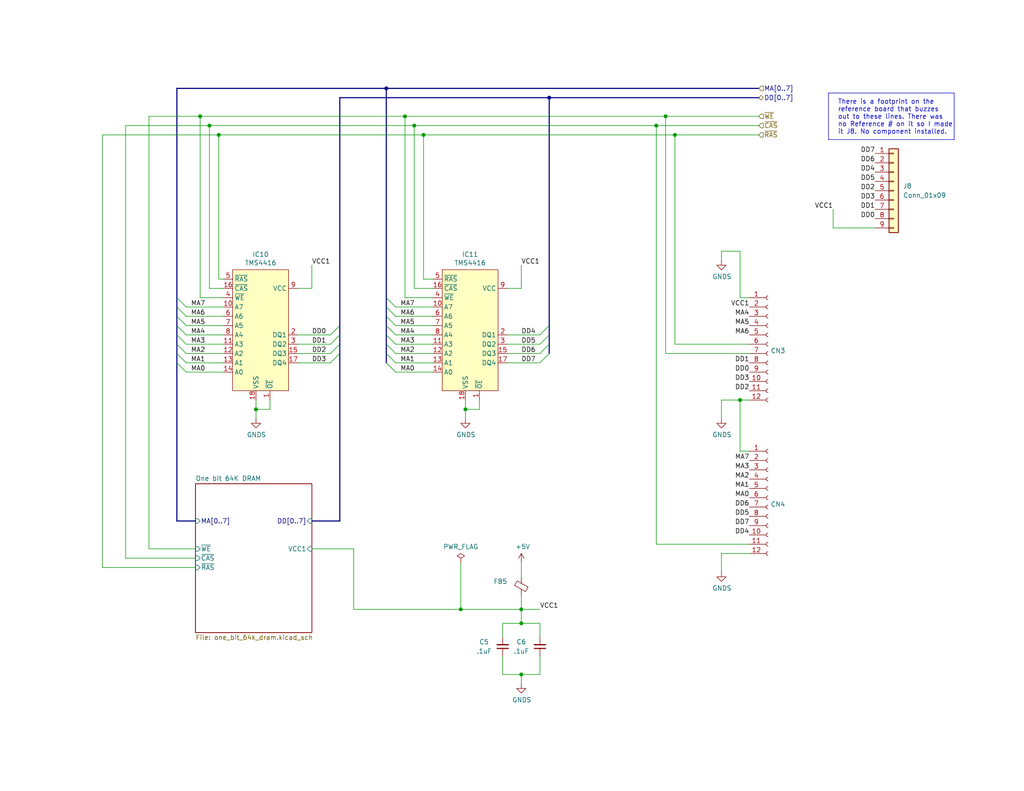
<source format=kicad_sch>
(kicad_sch (version 20230121) (generator eeschema)
  (paper "A")
  (title_block (title "TRS-80 Color Computer 2 (26-3134B & 26-3136B)") (date "2022-10-07") (rev "1.0.0") (company "Tandy Corporation") (comment 1 "Board # 20261058") (comment 3 "Reference board donated by MrDave6309") (comment 4 "Kicad schematic capture by Rocky Hill"))
  (lib_symbols
    (symbol "Connector_Generic:Conn_01x09" (pin_names (offset 1.016) hide)
      (property "Reference" "J" (at 0 12.7 0))
      (property "Value" "Conn_01x09" (at 0 -12.7 0))
      (symbol "Conn_01x09_1_1"
        (rectangle (start -1.27 -10.033) (end 0 -10.287) (stroke (width 0.1524)))
        (rectangle (start -1.27 -7.493) (end 0 -7.747) (stroke (width 0.1524)))
        (rectangle (start -1.27 -4.953) (end 0 -5.207) (stroke (width 0.1524)))
        (rectangle (start -1.27 -2.413) (end 0 -2.667) (stroke (width 0.1524)))
        (rectangle (start -1.27 0.127) (end 0 -0.127) (stroke (width 0.1524)))
        (rectangle (start -1.27 2.667) (end 0 2.413) (stroke (width 0.1524)))
        (rectangle (start -1.27 5.207) (end 0 4.953) (stroke (width 0.1524)))
        (rectangle (start -1.27 7.747) (end 0 7.493) (stroke (width 0.1524)))
        (rectangle (start -1.27 10.287) (end 0 10.033) (stroke (width 0.1524)))
        (rectangle (start -1.27 11.43) (end 1.27 -11.43) (stroke (width 0.254)) (fill (type background)))
        (pin passive line (at -5.08 10.16 0) (length 3.81) (name "Pin_1") (number "1"))
        (pin passive line (at -5.08 7.62 0) (length 3.81) (name "Pin_2") (number "2"))
        (pin passive line (at -5.08 5.08 0) (length 3.81) (name "Pin_3") (number "3"))
        (pin passive line (at -5.08 2.54 0) (length 3.81) (name "Pin_4") (number "4"))
        (pin passive line (at -5.08 0 0) (length 3.81) (name "Pin_5") (number "5"))
        (pin passive line (at -5.08 -2.54 0) (length 3.81) (name "Pin_6") (number "6"))
        (pin passive line (at -5.08 -5.08 0) (length 3.81) (name "Pin_7") (number "7"))
        (pin passive line (at -5.08 -7.62 0) (length 3.81) (name "Pin_8") (number "8"))
        (pin passive line (at -5.08 -10.16 0) (length 3.81) (name "Pin_9") (number "9"))
      )
    )
    (symbol "coco2-rescue:+5V-power" (power) (pin_names (offset 0))
      (property "Value" "+5V-power" (at 0 3.556 0))
      (symbol "+5V-power_0_1"
        (polyline (pts (xy -0.762 1.27) (xy 0 2.54)))
        (polyline (pts (xy 0 0) (xy 0 2.54)))
        (polyline (pts (xy 0 2.54) (xy 0.762 1.27)))
      )
      (symbol "+5V-power_1_1"
        (pin power_in line (at 0 0 90) (length 0) hide (name "+5V") (number "1"))
      )
    )
    (symbol "coco2-rescue:C_Small-Device" (pin_numbers hide) (pin_names (offset 0.254) hide)
      (property "Reference" "C" (at 0.254 1.778 0))
      (property "Value" "C_Small-Device" (at 0.254 -2.032 0))
      (symbol "C_Small-Device_0_1"
        (polyline (pts (xy -1.524 -0.508) (xy 1.524 -0.508)) (stroke (width 0.3302)))
        (polyline (pts (xy -1.524 0.508) (xy 1.524 0.508)) (stroke (width 0.3048)))
      )
      (symbol "C_Small-Device_1_1"
        (pin passive line (at 0 2.54 270) (length 2.032) (name "~") (number "1"))
        (pin passive line (at 0 -2.54 90) (length 2.032) (name "~") (number "2"))
      )
    )
    (symbol "coco2-rescue:Conn_01x12_Female-Connector" (pin_names (offset 1.016) hide)
      (property "Reference" "J" (at 0 15.24 0))
      (property "Value" "Conn_01x12_Female-Connector" (at 0 -17.78 0))
      (symbol "Conn_01x12_Female-Connector_1_1"
        (arc (start 0 -14.732) (mid -0.5058 -15.24) (end 0 -15.748) (stroke (width 0.1524)))
        (arc (start 0 -12.192) (mid -0.5058 -12.7) (end 0 -13.208) (stroke (width 0.1524)))
        (arc (start 0 -9.652) (mid -0.5058 -10.16) (end 0 -10.668) (stroke (width 0.1524)))
        (arc (start 0 -7.112) (mid -0.5058 -7.62) (end 0 -8.128) (stroke (width 0.1524)))
        (arc (start 0 -4.572) (mid -0.5058 -5.08) (end 0 -5.588) (stroke (width 0.1524)))
        (arc (start 0 -2.032) (mid -0.5058 -2.54) (end 0 -3.048) (stroke (width 0.1524)))
        (polyline (pts (xy -1.27 -15.24) (xy -0.508 -15.24)) (stroke (width 0.1524)))
        (polyline (pts (xy -1.27 -12.7) (xy -0.508 -12.7)) (stroke (width 0.1524)))
        (polyline (pts (xy -1.27 -10.16) (xy -0.508 -10.16)) (stroke (width 0.1524)))
        (polyline (pts (xy -1.27 -7.62) (xy -0.508 -7.62)) (stroke (width 0.1524)))
        (polyline (pts (xy -1.27 -5.08) (xy -0.508 -5.08)) (stroke (width 0.1524)))
        (polyline (pts (xy -1.27 -2.54) (xy -0.508 -2.54)) (stroke (width 0.1524)))
        (polyline (pts (xy -1.27 0) (xy -0.508 0)) (stroke (width 0.1524)))
        (polyline (pts (xy -1.27 2.54) (xy -0.508 2.54)) (stroke (width 0.1524)))
        (polyline (pts (xy -1.27 5.08) (xy -0.508 5.08)) (stroke (width 0.1524)))
        (polyline (pts (xy -1.27 7.62) (xy -0.508 7.62)) (stroke (width 0.1524)))
        (polyline (pts (xy -1.27 10.16) (xy -0.508 10.16)) (stroke (width 0.1524)))
        (polyline (pts (xy -1.27 12.7) (xy -0.508 12.7)) (stroke (width 0.1524)))
        (arc (start 0 0.508) (mid -0.5058 0) (end 0 -0.508) (stroke (width 0.1524)))
        (arc (start 0 3.048) (mid -0.5058 2.54) (end 0 2.032) (stroke (width 0.1524)))
        (arc (start 0 5.588) (mid -0.5058 5.08) (end 0 4.572) (stroke (width 0.1524)))
        (arc (start 0 8.128) (mid -0.5058 7.62) (end 0 7.112) (stroke (width 0.1524)))
        (arc (start 0 10.668) (mid -0.5058 10.16) (end 0 9.652) (stroke (width 0.1524)))
        (arc (start 0 13.208) (mid -0.5058 12.7) (end 0 12.192) (stroke (width 0.1524)))
        (pin passive line (at -5.08 12.7 0) (length 3.81) (name "Pin_1") (number "1"))
        (pin passive line (at -5.08 -10.16 0) (length 3.81) (name "Pin_10") (number "10"))
        (pin passive line (at -5.08 -12.7 0) (length 3.81) (name "Pin_11") (number "11"))
        (pin passive line (at -5.08 -15.24 0) (length 3.81) (name "Pin_12") (number "12"))
        (pin passive line (at -5.08 10.16 0) (length 3.81) (name "Pin_2") (number "2"))
        (pin passive line (at -5.08 7.62 0) (length 3.81) (name "Pin_3") (number "3"))
        (pin passive line (at -5.08 5.08 0) (length 3.81) (name "Pin_4") (number "4"))
        (pin passive line (at -5.08 2.54 0) (length 3.81) (name "Pin_5") (number "5"))
        (pin passive line (at -5.08 0 0) (length 3.81) (name "Pin_6") (number "6"))
        (pin passive line (at -5.08 -2.54 0) (length 3.81) (name "Pin_7") (number "7"))
        (pin passive line (at -5.08 -5.08 0) (length 3.81) (name "Pin_8") (number "8"))
        (pin passive line (at -5.08 -7.62 0) (length 3.81) (name "Pin_9") (number "9"))
      )
    )
    (symbol "coco2-rescue:Ferrite_Bead_Small-Device" (pin_numbers hide) (pin_names (offset 0))
      (property "Reference" "FB" (at 1.905 1.27 0))
      (property "Value" "Ferrite_Bead_Small-Device" (at 1.905 -1.27 0))
      (symbol "Ferrite_Bead_Small-Device_0_1"
        (polyline (pts (xy 0 -1.27) (xy 0 -0.7874)))
        (polyline (pts (xy 0 0.889) (xy 0 1.2954)))
        (polyline (pts (xy -1.8288 0.2794) (xy -1.1176 1.4986) (xy 1.8288 -0.2032) (xy 1.1176 -1.4224) (xy -1.8288 0.2794)))
      )
      (symbol "Ferrite_Bead_Small-Device_1_1"
        (pin passive line (at 0 2.54 270) (length 1.27) (name "~") (number "1"))
        (pin passive line (at 0 -2.54 90) (length 1.27) (name "~") (number "2"))
      )
    )
    (symbol "coco2-rescue:GNDS-power" (power) (pin_names (offset 0))
      (property "Value" "GNDS-power" (at 0 -3.81 0))
      (symbol "GNDS-power_0_1"
        (polyline (pts (xy 0 0) (xy 0 -1.27) (xy 1.27 -1.27) (xy 0 -2.54) (xy -1.27 -1.27) (xy 0 -1.27)))
      )
      (symbol "GNDS-power_1_1"
        (pin power_in line (at 0 0 270) (length 0) hide (name "GNDS") (number "1"))
      )
    )
    (symbol "coco2-rescue:PWR_FLAG-power" (power) (pin_numbers hide) (pin_names (offset 0) hide)
      (property "Value" "PWR_FLAG-power" (at 0 3.81 0))
      (symbol "PWR_FLAG-power_0_0"
        (pin power_out line (at 0 0 90) (length 0) (name "pwr") (number "1"))
      )
      (symbol "PWR_FLAG-power_0_1"
        (polyline (pts (xy 0 0) (xy 0 1.27) (xy -1.016 1.905) (xy 0 2.54) (xy 1.016 1.905) (xy 0 1.27)))
      )
    )
    (symbol "coco2:TMS4416" (pin_names (offset 0.4572))
      (property "Reference" "U" (at 6.35 1.27 0))
      (property "Value" "TMS4416" (at 6.35 -1.27 0))
      (symbol "TMS4416_0_1"
        (rectangle (start 13.97 -35.56) (end -1.27 -2.54) (fill (type background)))
      )
      (symbol "TMS4416_1_1"
        (pin input line (at 8.89 -38.1 90) (length 2.54) (name "~{OE}") (number "1"))
        (pin input line (at -3.81 -12.7 0) (length 2.54) (name "A7") (number "10"))
        (pin input line (at -3.81 -22.86 0) (length 2.54) (name "A3") (number "11"))
        (pin input line (at -3.81 -25.4 0) (length 2.54) (name "A2") (number "12"))
        (pin input line (at -3.81 -27.94 0) (length 2.54) (name "A1") (number "13"))
        (pin input line (at -3.81 -30.48 0) (length 2.54) (name "A0") (number "14"))
        (pin bidirectional line (at 16.51 -25.4 180) (length 2.54) (name "DQ3") (number "15"))
        (pin input line (at -3.81 -7.62 0) (length 2.54) (name "~{CAS}") (number "16"))
        (pin bidirectional line (at 16.51 -27.94 180) (length 2.54) (name "DQ4") (number "17"))
        (pin power_in line (at 5.08 -38.1 90) (length 2.54) (name "VSS") (number "18"))
        (pin bidirectional line (at 16.51 -20.32 180) (length 2.54) (name "DQ1") (number "2"))
        (pin bidirectional line (at 16.51 -22.86 180) (length 2.54) (name "DQ2") (number "3"))
        (pin input line (at -3.81 -10.16 0) (length 2.54) (name "~{WE}") (number "4"))
        (pin input line (at -3.81 -5.08 0) (length 2.54) (name "~{RAS}") (number "5"))
        (pin input line (at -3.81 -15.24 0) (length 2.54) (name "A6") (number "6"))
        (pin input line (at -3.81 -17.78 0) (length 2.54) (name "A5") (number "7"))
        (pin input line (at -3.81 -20.32 0) (length 2.54) (name "A4") (number "8"))
        (pin power_in line (at 16.51 -7.62 180) (length 2.54) (name "VCC") (number "9"))
      )
    )
  )
  (junction (at 115.57 36.83))
  (junction (at 142.24 170.18))
  (junction (at 149.86 26.67))
  (junction (at 181.61 31.75))
  (junction (at 105.41 24.13))
  (junction (at 57.15 34.29))
  (junction (at 59.69 36.83))
  (junction (at 125.73 166.37))
  (junction (at 54.61 31.75))
  (junction (at 113.03 34.29))
  (junction (at 184.15 36.83))
  (junction (at 142.24 166.37))
  (junction (at 142.24 184.15))
  (junction (at 127 111.76))
  (junction (at 110.49 31.75))
  (junction (at 69.85 111.76))
  (junction (at 179.07 34.29))
  (junction (at 201.93 109.22))
  (bus_entry (at 105.41 91.44) (size 2.54 2.54))
  (bus_entry (at 90.17 93.98) (size 2.54 -2.54))
  (bus_entry (at 147.32 99.06) (size 2.54 -2.54))
  (bus_entry (at 48.26 99.06) (size 2.54 2.54))
  (bus_entry (at 105.41 99.06) (size 2.54 2.54))
  (bus_entry (at 105.41 88.9) (size 2.54 2.54))
  (bus_entry (at 90.17 91.44) (size 2.54 -2.54))
  (bus_entry (at 90.17 99.06) (size 2.54 -2.54))
  (bus_entry (at 105.41 83.82) (size 2.54 2.54))
  (bus_entry (at 90.17 96.52) (size 2.54 -2.54))
  (bus_entry (at 147.32 96.52) (size 2.54 -2.54))
  (bus_entry (at 147.32 93.98) (size 2.54 -2.54))
  (bus_entry (at 105.41 93.98) (size 2.54 2.54))
  (bus_entry (at 147.32 91.44) (size 2.54 -2.54))
  (bus_entry (at 48.26 83.82) (size 2.54 2.54))
  (bus_entry (at 105.41 96.52) (size 2.54 2.54))
  (bus_entry (at 48.26 88.9) (size 2.54 2.54))
  (bus_entry (at 48.26 86.36) (size 2.54 2.54))
  (bus_entry (at 48.26 91.44) (size 2.54 2.54))
  (bus_entry (at 48.26 96.52) (size 2.54 2.54))
  (bus_entry (at 105.41 81.28) (size 2.54 2.54))
  (bus_entry (at 105.41 86.36) (size 2.54 2.54))
  (bus_entry (at 48.26 93.98) (size 2.54 2.54))
  (bus_entry (at 48.26 81.28) (size 2.54 2.54))
  (wire (pts (xy 181.61 96.52) (xy 181.61 31.75)))
  (wire (pts (xy 57.15 78.74) (xy 60.96 78.74)))
  (wire (pts (xy 142.24 162.56) (xy 142.24 166.37)))
  (wire (pts (xy 50.8 99.06) (xy 60.96 99.06)))
  (wire (pts (xy 81.28 99.06) (xy 90.17 99.06)))
  (wire (pts (xy 201.93 109.22) (xy 196.85 109.22)))
  (wire (pts (xy 138.43 93.98) (xy 147.32 93.98)))
  (bus (pts (xy 48.26 93.98) (xy 48.26 96.52)))
  (wire (pts (xy 137.16 173.99) (xy 137.16 170.18)))
  (wire (pts (xy 54.61 31.75) (xy 40.64 31.75)))
  (wire (pts (xy 138.43 99.06) (xy 147.32 99.06)))
  (polyline (pts (xy 260.35 25.4) (xy 260.35 38.1)))
  (wire (pts (xy 142.24 166.37) (xy 125.73 166.37)))
  (wire (pts (xy 118.11 91.44) (xy 107.95 91.44)))
  (wire (pts (xy 142.24 72.39) (xy 142.24 78.74)))
  (wire (pts (xy 110.49 31.75) (xy 54.61 31.75)))
  (bus (pts (xy 92.71 26.67) (xy 149.86 26.67)))
  (wire (pts (xy 59.69 36.83) (xy 59.69 76.2)))
  (wire (pts (xy 179.07 34.29) (xy 113.03 34.29)))
  (wire (pts (xy 69.85 109.22) (xy 69.85 111.76)))
  (wire (pts (xy 204.47 93.98) (xy 184.15 93.98)))
  (wire (pts (xy 73.66 111.76) (xy 69.85 111.76)))
  (wire (pts (xy 142.24 78.74) (xy 138.43 78.74)))
  (bus (pts (xy 149.86 88.9) (xy 149.86 91.44)))
  (bus (pts (xy 48.26 142.24) (xy 53.34 142.24)))
  (bus (pts (xy 105.41 86.36) (xy 105.41 88.9)))
  (wire (pts (xy 196.85 68.58) (xy 201.93 68.58)))
  (wire (pts (xy 142.24 166.37) (xy 142.24 170.18)))
  (wire (pts (xy 85.09 72.39) (xy 85.09 78.74)))
  (bus (pts (xy 149.86 26.67) (xy 149.86 88.9)))
  (wire (pts (xy 118.11 81.28) (xy 110.49 81.28)))
  (wire (pts (xy 138.43 91.44) (xy 147.32 91.44)))
  (bus (pts (xy 92.71 91.44) (xy 92.71 93.98)))
  (wire (pts (xy 57.15 34.29) (xy 57.15 78.74)))
  (wire (pts (xy 125.73 166.37) (xy 125.73 153.67)))
  (wire (pts (xy 142.24 186.69) (xy 142.24 184.15)))
  (bus (pts (xy 92.71 26.67) (xy 92.71 88.9)))
  (wire (pts (xy 127 111.76) (xy 127 114.3)))
  (wire (pts (xy 118.11 86.36) (xy 107.95 86.36)))
  (wire (pts (xy 138.43 96.52) (xy 147.32 96.52)))
  (wire (pts (xy 184.15 93.98) (xy 184.15 36.83)))
  (bus (pts (xy 105.41 81.28) (xy 105.41 83.82)))
  (wire (pts (xy 227.33 57.15) (xy 227.33 62.23)))
  (wire (pts (xy 201.93 68.58) (xy 201.93 81.28)))
  (wire (pts (xy 69.85 111.76) (xy 69.85 114.3)))
  (wire (pts (xy 137.16 179.07) (xy 137.16 184.15)))
  (wire (pts (xy 113.03 78.74) (xy 113.03 34.29)))
  (wire (pts (xy 113.03 34.29) (xy 57.15 34.29)))
  (wire (pts (xy 96.52 149.86) (xy 96.52 166.37)))
  (wire (pts (xy 201.93 123.19) (xy 201.93 109.22)))
  (wire (pts (xy 184.15 36.83) (xy 115.57 36.83)))
  (wire (pts (xy 50.8 88.9) (xy 60.96 88.9)))
  (wire (pts (xy 50.8 93.98) (xy 60.96 93.98)))
  (wire (pts (xy 60.96 101.6) (xy 50.8 101.6)))
  (wire (pts (xy 107.95 88.9) (xy 118.11 88.9)))
  (wire (pts (xy 50.8 83.82) (xy 60.96 83.82)))
  (wire (pts (xy 181.61 96.52) (xy 204.47 96.52)))
  (wire (pts (xy 27.94 154.94) (xy 53.34 154.94)))
  (bus (pts (xy 92.71 88.9) (xy 92.71 91.44)))
  (wire (pts (xy 107.95 99.06) (xy 118.11 99.06)))
  (polyline (pts (xy 226.06 25.4) (xy 227.33 25.4)))
  (bus (pts (xy 92.71 93.98) (xy 92.71 96.52)))
  (wire (pts (xy 59.69 76.2) (xy 60.96 76.2)))
  (wire (pts (xy 147.32 179.07) (xy 147.32 184.15)))
  (wire (pts (xy 81.28 96.52) (xy 90.17 96.52)))
  (bus (pts (xy 92.71 96.52) (xy 92.71 142.24)))
  (wire (pts (xy 96.52 166.37) (xy 125.73 166.37)))
  (bus (pts (xy 48.26 81.28) (xy 48.26 83.82)))
  (wire (pts (xy 204.47 109.22) (xy 201.93 109.22)))
  (bus (pts (xy 105.41 93.98) (xy 105.41 96.52)))
  (wire (pts (xy 81.28 91.44) (xy 90.17 91.44)))
  (bus (pts (xy 149.86 93.98) (xy 149.86 96.52)))
  (bus (pts (xy 48.26 24.13) (xy 48.26 81.28)))
  (wire (pts (xy 118.11 96.52) (xy 107.95 96.52)))
  (polyline (pts (xy 227.33 25.4) (xy 260.35 25.4)))
  (wire (pts (xy 34.29 152.4) (xy 53.34 152.4)))
  (wire (pts (xy 207.01 36.83) (xy 184.15 36.83)))
  (wire (pts (xy 85.09 149.86) (xy 96.52 149.86)))
  (polyline (pts (xy 260.35 38.1) (xy 226.06 38.1)))
  (wire (pts (xy 60.96 96.52) (xy 50.8 96.52)))
  (wire (pts (xy 147.32 173.99) (xy 147.32 170.18)))
  (bus (pts (xy 48.26 24.13) (xy 105.41 24.13)))
  (bus (pts (xy 105.41 83.82) (xy 105.41 86.36)))
  (wire (pts (xy 40.64 149.86) (xy 53.34 149.86)))
  (wire (pts (xy 179.07 148.59) (xy 179.07 34.29)))
  (bus (pts (xy 48.26 91.44) (xy 48.26 93.98)))
  (bus (pts (xy 48.26 96.52) (xy 48.26 99.06)))
  (wire (pts (xy 127 109.22) (xy 127 111.76)))
  (wire (pts (xy 181.61 31.75) (xy 110.49 31.75)))
  (wire (pts (xy 59.69 36.83) (xy 27.94 36.83)))
  (wire (pts (xy 142.24 170.18) (xy 147.32 170.18)))
  (bus (pts (xy 105.41 88.9) (xy 105.41 91.44)))
  (wire (pts (xy 115.57 76.2) (xy 115.57 36.83)))
  (bus (pts (xy 149.86 91.44) (xy 149.86 93.98)))
  (wire (pts (xy 54.61 31.75) (xy 54.61 81.28)))
  (wire (pts (xy 118.11 76.2) (xy 115.57 76.2)))
  (wire (pts (xy 196.85 151.13) (xy 196.85 156.21)))
  (wire (pts (xy 142.24 153.67) (xy 142.24 157.48)))
  (wire (pts (xy 40.64 31.75) (xy 40.64 149.86)))
  (wire (pts (xy 137.16 170.18) (xy 142.24 170.18)))
  (wire (pts (xy 147.32 166.37) (xy 142.24 166.37)))
  (wire (pts (xy 85.09 78.74) (xy 81.28 78.74)))
  (wire (pts (xy 54.61 81.28) (xy 60.96 81.28)))
  (bus (pts (xy 48.26 88.9) (xy 48.26 91.44)))
  (wire (pts (xy 118.11 101.6) (xy 107.95 101.6)))
  (wire (pts (xy 118.11 78.74) (xy 113.03 78.74)))
  (wire (pts (xy 207.01 34.29) (xy 179.07 34.29)))
  (polyline (pts (xy 226.06 38.1) (xy 226.06 25.4)))
  (wire (pts (xy 130.81 109.22) (xy 130.81 111.76)))
  (wire (pts (xy 204.47 123.19) (xy 201.93 123.19)))
  (wire (pts (xy 147.32 184.15) (xy 142.24 184.15)))
  (wire (pts (xy 196.85 71.12) (xy 196.85 68.58)))
  (wire (pts (xy 34.29 34.29) (xy 34.29 152.4)))
  (wire (pts (xy 107.95 93.98) (xy 118.11 93.98)))
  (wire (pts (xy 207.01 31.75) (xy 181.61 31.75)))
  (bus (pts (xy 105.41 91.44) (xy 105.41 93.98)))
  (wire (pts (xy 107.95 83.82) (xy 118.11 83.82)))
  (wire (pts (xy 60.96 91.44) (xy 50.8 91.44)))
  (wire (pts (xy 196.85 109.22) (xy 196.85 114.3)))
  (bus (pts (xy 149.86 26.67) (xy 207.01 26.67)))
  (wire (pts (xy 142.24 184.15) (xy 137.16 184.15)))
  (wire (pts (xy 57.15 34.29) (xy 34.29 34.29)))
  (wire (pts (xy 110.49 81.28) (xy 110.49 31.75)))
  (wire (pts (xy 227.33 62.23) (xy 238.76 62.23)))
  (wire (pts (xy 204.47 148.59) (xy 179.07 148.59)))
  (wire (pts (xy 196.85 151.13) (xy 204.47 151.13)))
  (wire (pts (xy 130.81 111.76) (xy 127 111.76)))
  (wire (pts (xy 60.96 86.36) (xy 50.8 86.36)))
  (bus (pts (xy 48.26 99.06) (xy 48.26 142.24)))
  (wire (pts (xy 81.28 93.98) (xy 90.17 93.98)))
  (bus (pts (xy 105.41 96.52) (xy 105.41 99.06)))
  (wire (pts (xy 27.94 36.83) (xy 27.94 154.94)))
  (wire (pts (xy 73.66 109.22) (xy 73.66 111.76)))
  (bus (pts (xy 48.26 86.36) (xy 48.26 88.9)))
  (bus (pts (xy 48.26 83.82) (xy 48.26 86.36)))
  (bus (pts (xy 92.71 142.24) (xy 85.09 142.24)))
  (bus (pts (xy 105.41 24.13) (xy 105.41 81.28)))
  (wire (pts (xy 115.57 36.83) (xy 59.69 36.83)))
  (wire (pts (xy 201.93 81.28) (xy 204.47 81.28)))
  (bus (pts (xy 105.41 24.13) (xy 207.01 24.13)))
  (text "There is a footprint on the\nreference board that buzzes\nout to these lines. There was\nno Reference # on it so I made\nit J8. No component installed." (at 228.6 36.83 0) (effects (font (size 1.27 1.27)) (justify left bottom)))
  (label "VCC1" (at 227.33 57.15 180))
  (label "DD3" (at 204.47 104.14 180))
  (label "MA6" (at 204.47 91.44 180))
  (label "DD6" (at 142.24 96.52 0))
  (label "DD0" (at 204.47 101.6 180))
  (label "DD7" (at 142.24 99.06 0))
  (label "DD7" (at 238.76 41.91 180))
  (label "DD7" (at 204.47 143.51 180))
  (label "VCC1" (at 204.47 83.82 180))
  (label "DD3" (at 238.76 54.61 180))
  (label "MA2" (at 52.07 96.52 0))
  (label "VCC1" (at 85.09 72.39 0))
  (label "MA1" (at 52.07 99.06 0))
  (label "MA1" (at 109.22 99.06 0))
  (label "DD1" (at 85.09 93.98 0))
  (label "MA0" (at 204.47 135.89 180))
  (label "MA4" (at 204.47 86.36 180))
  (label "MA7" (at 109.22 83.82 0))
  (label "DD6" (at 238.76 44.45 180))
  (label "MA4" (at 52.07 91.44 0))
  (label "MA5" (at 204.47 88.9 180))
  (label "MA5" (at 109.22 88.9 0))
  (label "DD5" (at 204.47 140.97 180))
  (label "MA1" (at 204.47 133.35 180))
  (label "MA4" (at 109.22 91.44 0))
  (label "DD6" (at 204.47 138.43 180))
  (label "DD5" (at 238.76 49.53 180))
  (label "DD0" (at 238.76 59.69 180))
  (label "MA0" (at 109.22 101.6 0))
  (label "VCC1" (at 142.24 72.39 0))
  (label "MA2" (at 109.22 96.52 0))
  (label "MA0" (at 52.07 101.6 0))
  (label "MA6" (at 109.22 86.36 0))
  (label "DD5" (at 142.24 93.98 0))
  (label "DD0" (at 85.09 91.44 0))
  (label "DD2" (at 238.76 52.07 180))
  (label "MA6" (at 52.07 86.36 0))
  (label "DD3" (at 85.09 99.06 0))
  (label "DD4" (at 238.76 46.99 180))
  (label "DD2" (at 204.47 106.68 180))
  (label "DD4" (at 204.47 146.05 180))
  (label "MA2" (at 204.47 130.81 180))
  (label "MA5" (at 52.07 88.9 0))
  (label "DD4" (at 142.24 91.44 0))
  (label "DD2" (at 85.09 96.52 0))
  (label "MA7" (at 204.47 125.73 180))
  (label "DD1" (at 238.76 57.15 180))
  (label "MA3" (at 204.47 128.27 180))
  (label "MA3" (at 52.07 93.98 0))
  (label "DD1" (at 204.47 99.06 180))
  (label "MA3" (at 109.22 93.98 0))
  (label "MA7" (at 52.07 83.82 0))
  (label "VCC1" (at 147.32 166.37 0))
  (hierarchical_label "~{WE}" (shape input) (at 207.01 31.75 0))
  (hierarchical_label "~{RAS}" (shape input) (at 207.01 36.83 0))
  (hierarchical_label "DD[0..7]" (shape bidirectional) (at 207.01 26.67 0))
  (hierarchical_label "~{CAS}" (shape input) (at 207.01 34.29 0))
  (hierarchical_label "MA[0..7]" (shape input) (at 207.01 24.13 0))
  (symbol (lib_id "coco2-rescue:C_Small-Device") (at 137.16 176.53 180) (unit 1)
    (property "Reference" "C5" (at 132.08 175.26 0))
    (property "Value" ".1uF" (at 132.08 177.8 0))
    (property "Footprint" "Capacitor_THT:C_Disc_D4.7mm_W2.5mm_P5.00mm" (effects hide))
    (property "Datasheet" " https://search.murata.co.jp/Ceramy/image/img/A01X/G101/ENG/RDE_X7R_250V-1kV_E.pdf" (effects hide))
    (property "Vendor" "digikey" (effects hide))
    (property "Vendor part#" "490-8814-ND" (effects hide))
    (property "Manufacturer part#" "RDER71H104K0K1H03B" (effects hide))
  )
  (symbol (lib_id "coco2-rescue:C_Small-Device") (at 147.32 176.53 180) (unit 1)
    (property "Reference" "C6" (at 142.24 175.26 0))
    (property "Value" ".1uF" (at 142.24 177.8 0))
    (property "Footprint" "Capacitor_THT:C_Disc_D4.7mm_W2.5mm_P5.00mm" (effects hide))
    (property "Datasheet" " https://search.murata.co.jp/Ceramy/image/img/A01X/G101/ENG/RDE_X7R_250V-1kV_E.pdf" (effects hide))
    (property "Vendor" "digikey" (effects hide))
    (property "Vendor part#" "490-8814-ND" (effects hide))
    (property "Manufacturer part#" "RDER71H104K0K1H03B" (effects hide))
  )
  (symbol (lib_id "coco2-rescue:+5V-power") (at 142.24 153.67 0) (unit 1)
    (property "Reference" "#PWR0999022" (effects hide))
    (property "Value" "+5V" (at 142.621 149.2758 0))
  )
  (symbol (lib_id "coco2:TMS4416") (at 64.77 71.12 0) (unit 1)
    (property "Reference" "IC10" (at 71.12 69.469 0))
    (property "Value" "TMS4416" (at 71.12 71.7804 0))
    (property "Footprint" "Package_DIP:DIP-18_W7.62mm_Socket" (effects hide))
    (property "Datasheet" "http://www.assmann-wsw.com/uploads/datasheets/ASS_0810_CO.pdf" (effects hide))
    (property "Vendor" "digikey" (effects hide))
    (property "Vendor part#" "AE9995-ND" (effects hide))
    (property "Manufacturer part#" "A 18-LC-TT" (effects hide))
  )
  (symbol (lib_id "coco2:TMS4416") (at 121.92 71.12 0) (unit 1)
    (property "Reference" "IC11" (at 128.27 69.469 0))
    (property "Value" "TMS4416" (at 128.27 71.7804 0))
    (property "Footprint" "Package_DIP:DIP-18_W7.62mm_Socket" (effects hide))
    (property "Datasheet" "http://www.assmann-wsw.com/uploads/datasheets/ASS_0810_CO.pdf" (effects hide))
    (property "Vendor" "digikey" (effects hide))
    (property "Vendor part#" "AE9995-ND" (effects hide))
    (property "Manufacturer part#" "A 18-LC-TT" (effects hide))
  )
  (symbol (lib_id "coco2-rescue:GNDS-power") (at 69.85 114.3 0) (unit 1)
    (property "Reference" "#PWR0101" (effects hide))
    (property "Value" "GNDS" (at 69.977 118.6942 0))
  )
  (symbol (lib_id "coco2-rescue:GNDS-power") (at 127 114.3 0) (unit 1)
    (property "Reference" "#PWR0102" (effects hide))
    (property "Value" "GNDS" (at 127.127 118.6942 0))
  )
  (symbol (lib_id "coco2-rescue:Ferrite_Bead_Small-Device") (at 142.24 160.02 180) (unit 1)
    (property "Reference" "FB5" (at 138.43 158.75 0) (effects (justify left)))
    (property "Value" "Ferrite_Bead_Small" (effects hide))
    (property "Footprint" "coco2:ferrite_bead" (effects hide))
    (property "Datasheet" "http://www.fair-rite.com/wp-content/themes/fair-rite/print_product.php?pid=18608" (effects hide))
    (property "Vendor" "digikey" (effects hide))
    (property "Vendor part#" "1934-1364-ND" (effects hide))
    (property "Manufacturer part#" "2743007111" (effects hide))
  )
  (symbol (lib_id "coco2-rescue:GNDS-power") (at 142.24 186.69 0) (unit 1)
    (property "Reference" "#PWR0103" (effects hide))
    (property "Value" "GNDS" (at 142.367 191.0842 0))
  )
  (symbol (lib_id "coco2-rescue:Conn_01x12_Female-Connector") (at 209.55 93.98 0) (unit 1)
    (property "Reference" "CN3" (at 210.2612 95.758 0) (effects (justify left)))
    (property "Value" "Conn_01x12_Female" (effects hide))
    (property "Footprint" "coco2:PinSocket_1x12_P2.54mm_for_memory_board_adapter" (effects hide))
    (property "Datasheet" "https://www.molex.com/pdm_docs/sd/022182121_sd.pdf" (effects hide))
    (property "Vendor" "digikey" (effects hide))
    (property "Vendor part#" "23-0022182121-ND" (effects hide))
    (property "Manufacturer part#" "0022182121" (effects hide))
  )
  (symbol (lib_id "coco2-rescue:Conn_01x12_Female-Connector") (at 209.55 135.89 0) (unit 1)
    (property "Reference" "CN4" (at 210.2612 137.668 0) (effects (justify left)))
    (property "Value" "Conn_01x12_Female" (effects hide))
    (property "Footprint" "coco2:PinSocket_1x12_P2.54mm_for_memory_board_adapter" (effects hide))
    (property "Datasheet" "https://www.molex.com/pdm_docs/sd/022182121_sd.pdf" (effects hide))
    (property "Vendor" "digikey" (effects hide))
    (property "Vendor part#" "23-0022182121-ND" (effects hide))
    (property "Manufacturer part#" "0022182121" (effects hide))
  )
  (symbol (lib_id "coco2-rescue:GNDS-power") (at 196.85 71.12 0) (unit 1)
    (property "Reference" "#PWR0104" (effects hide))
    (property "Value" "GNDS" (at 196.977 75.5142 0))
  )
  (symbol (lib_id "coco2-rescue:GNDS-power") (at 196.85 114.3 0) (unit 1)
    (property "Reference" "#PWR0105" (effects hide))
    (property "Value" "GNDS" (at 196.977 118.6942 0))
  )
  (symbol (lib_id "coco2-rescue:GNDS-power") (at 196.85 156.21 0) (unit 1)
    (property "Reference" "#PWR0106" (effects hide))
    (property "Value" "GNDS" (at 196.977 160.6042 0))
  )
  (symbol (lib_id "coco2-rescue:PWR_FLAG-power") (at 125.73 153.67 0) (unit 1)
    (property "Reference" "#FLG0101" (effects hide))
    (property "Value" "PWR_FLAG" (at 125.73 149.2758 0))
  )
  (symbol (lib_id "Connector_Generic:Conn_01x09") (at 243.84 52.07 0) (unit 1)
    (property "Reference" "J8" (at 246.38 50.7999 0) (effects (justify left)))
    (property "Value" "Conn_01x09" (at 246.38 53.3399 0) (effects (justify left)))
    (property "Footprint" "Connector_PinHeader_2.54mm:PinHeader_1x09_P2.54mm_Vertical" (effects hide))
  )
  (sheet (at 53.34 132.08) (size 31.75 40.64)
    (property "Sheetname" "One bit 64K DRAM" (at 53.34 131.3684 0) (effects (justify left bottom)))
    (property "Sheetfile" "one_bit_64k_dram.kicad_sch" (at 53.34 173.3046 0) (effects (justify left top)))
    (pin "MA[0..7]" input (at 53.34 142.24 180))
    (pin "DD[0..7]" input (at 85.09 142.24 0))
    (pin "~{RAS}" input (at 53.34 154.94 180))
    (pin "~{WE}" input (at 53.34 149.86 180))
    (pin "~{CAS}" input (at 53.34 152.4 180))
    (pin "VCC1" input (at 85.09 149.86 0))
  )
)
</source>
